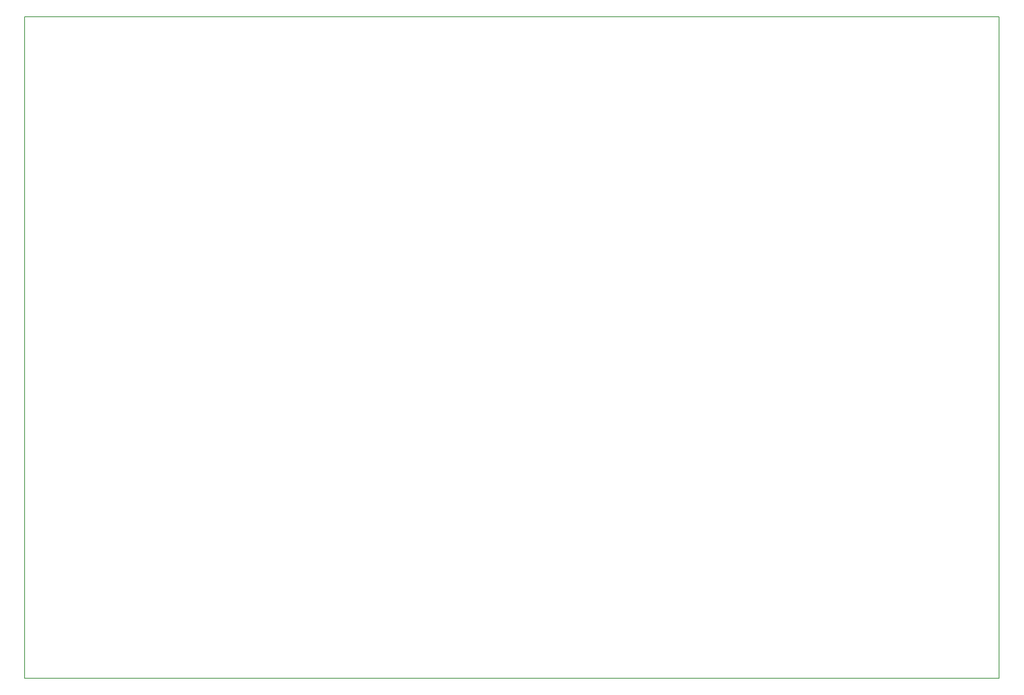
<source format=gbr>
%TF.GenerationSoftware,KiCad,Pcbnew,8.0.6*%
%TF.CreationDate,2025-02-16T13:00:18+00:00*%
%TF.ProjectId,PCB,5043422e-6b69-4636-9164-5f7063625858,rev?*%
%TF.SameCoordinates,Original*%
%TF.FileFunction,Profile,NP*%
%FSLAX46Y46*%
G04 Gerber Fmt 4.6, Leading zero omitted, Abs format (unit mm)*
G04 Created by KiCad (PCBNEW 8.0.6) date 2025-02-16 13:00:18*
%MOMM*%
%LPD*%
G01*
G04 APERTURE LIST*
%TA.AperFunction,Profile*%
%ADD10C,0.150000*%
%TD*%
G04 APERTURE END LIST*
D10*
X47500000Y-62000000D02*
X269000000Y-62000000D01*
X269000000Y-212500000D01*
X47500000Y-212500000D01*
X47500000Y-62000000D01*
M02*

</source>
